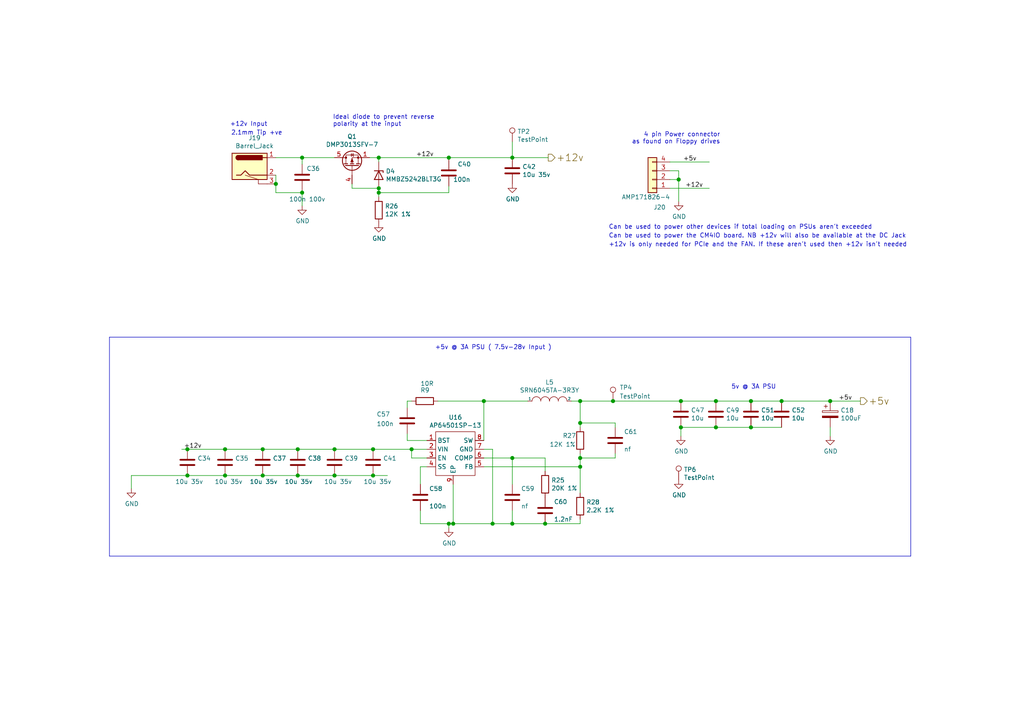
<source format=kicad_sch>
(kicad_sch (version 20201015) (generator eeschema)
  (page 1 7)
  (paper "A4")
  (title_block (title "Compute Module 4 IO Board - PSUs") (company "(c) Raspberry Pi Trading 2020") (comment 1 "www.raspberrypi.org"))
  (lib_symbols
    (symbol "CM4IO:AP64351"
      (property "Reference" "U" (at 0 8.89 0))
      (property "Value" "AP64351" (at 1.27 6.35 0))
      (symbol "AP64351_0_1"
        (rectangle (start -5.08 5.08) (end 6.35 -7.62))
      )
      (symbol "AP64351_1_1"
        (pin passive line (at -7.62 2.54 0) (length 2.54) (name "BST") (number "1"))
        (pin power_in line (at -7.62 0 0) (length 2.54) (name "VIN") (number "2"))
        (pin input line (at -7.62 -2.54 0) (length 2.54) (name "EN") (number "3"))
        (pin input line (at -7.62 -5.08 0) (length 2.54) (name "SS") (number "4"))
        (pin input line (at 8.89 -5.08 180) (length 2.54) (name "FB") (number "5"))
        (pin input line (at 8.89 -2.54 180) (length 2.54) (name "COMP") (number "6"))
        (pin power_in line (at 8.89 0 180) (length 2.54) (name "GND") (number "7"))
        (pin output line (at 8.89 2.54 180) (length 2.54) (name "SW") (number "8"))
        (pin passive line (at 0 -10.16 90) (length 2.54) (name "EP") (number "9"))
      )
    )
    (symbol "CM4IO:Barrel_Jack"
      (property "Reference" "J" (at 0 5.334 0))
      (property "Value" "Barrel_Jack" (at 0 -5.08 0))
      (symbol "Barrel_Jack_0_1"
        (arc (start -3.302 3.175) (end -3.302 1.905) (radius (at -3.302 2.54) (length 0.635) (angles 90.1 -90.1)) (stroke (width 0.254)) (fill (type outline)))
        (arc (start -3.302 3.175) (end -3.302 1.905) (radius (at -3.302 2.54) (length 0.635) (angles 90.1 -90.1)) (stroke (width 0.254)))
        (rectangle (start -5.08 3.81) (end 5.08 -3.81) (stroke (width 0.254)) (fill (type background)))
        (rectangle (start 3.683 3.175) (end -3.302 1.905) (stroke (width 0.254)) (fill (type outline)))
        (polyline (pts (xy 5.08 2.54) (xy 3.81 2.54)) (stroke (width 0.254)))
        (polyline (pts (xy 5.08 -5.08) (xy 2.54 -5.08) (xy 2.54 -3.81) (xy -1.27 -2.54)))
        (polyline (pts (xy -3.81 -2.54) (xy -2.54 -2.54) (xy -1.27 -1.27) (xy 0 -2.54) (xy 2.54 -2.54) (xy 5.08 -2.54)) (stroke (width 0.254)))
      )
      (symbol "Barrel_Jack_1_1"
        (pin passive line (at 7.62 2.54 180) (length 2.54) (name "~") (number "1"))
        (pin passive line (at 7.62 -2.54 180) (length 2.54) (name "~") (number "2"))
        (pin passive line (at 7.62 -5.08 180) (length 2.54) (name "~") (number "3"))
      )
    )
    (symbol "Connector:TestPoint" (pin_numbers hide) (pin_names (offset 0.762) hide)
      (property "Reference" "TP" (at 0 6.858 0))
      (property "Value" "TestPoint" (at 0 5.08 0))
      (symbol "TestPoint_0_1"
        (circle (center 0 3.302) (radius 0.762))
      )
      (symbol "TestPoint_1_1"
        (pin passive line (at 0 0 90) (length 2.54) (name "1") (number "1"))
      )
    )
    (symbol "Connector_Generic:Conn_01x04" (pin_names hide)
      (property "Reference" "J" (at 0 5.08 0))
      (property "Value" "Conn_01x04" (at 0 -7.62 0))
      (symbol "Conn_01x04_1_1"
        (rectangle (start -1.27 -4.953) (end 0 -5.207))
        (rectangle (start -1.27 -2.413) (end 0 -2.667))
        (rectangle (start -1.27 2.667) (end 0 2.413))
        (rectangle (start -1.27 3.81) (end 1.27 -6.35) (stroke (width 0.254)) (fill (type background)))
        (rectangle (start -1.27 0.127) (end 0 -0.127))
        (pin passive line (at -5.08 2.54 0) (length 3.81) (name "Pin_1") (number "1"))
        (pin passive line (at -5.08 0 0) (length 3.81) (name "Pin_2") (number "2"))
        (pin passive line (at -5.08 -2.54 0) (length 3.81) (name "Pin_3") (number "3"))
        (pin passive line (at -5.08 -5.08 0) (length 3.81) (name "Pin_4") (number "4"))
      )
    )
    (symbol "Device:C" (pin_numbers hide) (pin_names (offset 0.254))
      (property "Reference" "C" (at 0.635 2.54 0))
      (property "Value" "C" (at 0.635 -2.54 0))
      (symbol "C_0_1"
        (polyline (pts (xy -2.032 -0.762) (xy 2.032 -0.762)) (stroke (width 0.508)))
        (polyline (pts (xy -2.032 0.762) (xy 2.032 0.762)) (stroke (width 0.508)))
      )
      (symbol "C_1_1"
        (pin passive line (at 0 3.81 270) (length 2.794) (name "~") (number "1"))
        (pin passive line (at 0 -3.81 90) (length 2.794) (name "~") (number "2"))
      )
    )
    (symbol "Device:CP" (pin_numbers hide) (pin_names (offset 0.254))
      (property "Reference" "C" (at 0.635 2.54 0))
      (property "Value" "CP" (at 0.635 -2.54 0))
      (symbol "CP_0_1"
        (rectangle (start -2.286 0.508) (end 2.286 1.016))
        (rectangle (start 2.286 -0.508) (end -2.286 -1.016) (fill (type outline)))
        (polyline (pts (xy -1.778 2.286) (xy -0.762 2.286)))
        (polyline (pts (xy -1.27 2.794) (xy -1.27 1.778)))
      )
      (symbol "CP_1_1"
        (pin passive line (at 0 3.81 270) (length 2.794) (name "~") (number "1"))
        (pin passive line (at 0 -3.81 90) (length 2.794) (name "~") (number "2"))
      )
    )
    (symbol "Device:R" (pin_numbers hide) (pin_names (offset 0))
      (property "Reference" "R" (at 2.032 0 90))
      (property "Value" "R" (at 0 0 90))
      (symbol "R_0_1"
        (rectangle (start -1.016 -2.54) (end 1.016 2.54) (stroke (width 0.254)))
      )
      (symbol "R_1_1"
        (pin passive line (at 0 3.81 270) (length 1.27) (name "~") (number "1"))
        (pin passive line (at 0 -3.81 90) (length 1.27) (name "~") (number "2"))
      )
    )
    (symbol "Diode:BZX84Cxx" (pin_numbers hide) (pin_names hide)
      (property "Reference" "D" (at 0 2.54 0))
      (property "Value" "BZX84Cxx" (at 0 -2.54 0))
      (symbol "BZX84Cxx_0_1"
        (polyline (pts (xy 1.27 0) (xy -1.27 0)))
        (polyline (pts (xy -1.27 -1.27) (xy -1.27 1.27) (xy -0.762 1.27)) (stroke (width 0.254)))
        (polyline (pts (xy 1.27 -1.27) (xy 1.27 1.27) (xy -1.27 0) (xy 1.27 -1.27)) (stroke (width 0.254)))
      )
      (symbol "BZX84Cxx_1_1"
        (pin passive line (at -3.81 0 0) (length 2.54) (name "K") (number "1"))
        (pin passive line (at 3.81 0 180) (length 2.54) (name "A") (number "2"))
      )
    )
    (symbol "Transistor_FET:DMP3013SFV" (pin_names hide)
      (property "Reference" "Q" (at 5.08 1.905 0))
      (property "Value" "DMP3013SFV" (at 5.08 0 0))
      (symbol "DMP3013SFV_0_1"
        (circle (center 1.651 0) (radius 2.794) (stroke (width 0.254)))
        (circle (center 2.54 -1.778) (radius 0.254) (fill (type outline)))
        (circle (center 2.54 1.778) (radius 0.254) (fill (type outline)))
        (polyline (pts (xy 0.254 0) (xy -2.54 0)))
        (polyline (pts (xy 0.254 1.905) (xy 0.254 -1.905)) (stroke (width 0.254)))
        (polyline (pts (xy 0.762 -1.27) (xy 0.762 -2.286)) (stroke (width 0.254)))
        (polyline (pts (xy 0.762 0.508) (xy 0.762 -0.508)) (stroke (width 0.254)))
        (polyline (pts (xy 0.762 2.286) (xy 0.762 1.27)) (stroke (width 0.254)))
        (polyline (pts (xy 2.54 2.54) (xy 2.54 1.778)))
        (polyline (pts (xy 2.54 -2.54) (xy 2.54 0) (xy 0.762 0)))
        (polyline (pts (xy 0.762 1.778) (xy 3.302 1.778) (xy 3.302 -1.778) (xy 0.762 -1.778)))
        (polyline (pts (xy 2.286 0) (xy 1.27 0.381) (xy 1.27 -0.381) (xy 2.286 0)) (fill (type outline)))
        (polyline (pts (xy 2.794 -0.508) (xy 2.921 -0.381) (xy 3.683 -0.381) (xy 3.81 -0.254)))
        (polyline (pts (xy 3.302 -0.381) (xy 2.921 0.254) (xy 3.683 0.254) (xy 3.302 -0.381)))
      )
      (symbol "DMP3013SFV_1_1"
        (pin passive line (at 2.54 -5.08 90) (length 2.54) (name "S") (number "1"))
        (pin passive line (at 2.54 -5.08 90) (length 2.54) hide (name "S") (number "2"))
        (pin passive line (at 2.54 -5.08 90) (length 2.54) hide (name "S") (number "3"))
        (pin passive line (at -5.08 0 0) (length 2.54) (name "G") (number "4"))
        (pin passive line (at 2.54 5.08 270) (length 2.54) (name "D") (number "5"))
      )
    )
    (symbol "power:GND" (power) (pin_names (offset 0))
      (property "Value" "GND" (at 0 -3.81 0))
      (symbol "GND_0_1"
        (polyline (pts (xy 0 0) (xy 0 -1.27) (xy 1.27 -1.27) (xy 0 -2.54) (xy -1.27 -1.27) (xy 0 -1.27)))
      )
      (symbol "GND_1_1"
        (pin power_in line (at 0 0 270) (length 0) hide (name "GND") (number "1"))
      )
    )
    (symbol "pspice:INDUCTOR" (pin_numbers hide) (pin_names (offset 0))
      (property "Reference" "L" (at 0 2.54 0))
      (property "Value" "INDUCTOR" (at 0 -1.27 0))
      (symbol "INDUCTOR_0_1"
        (arc (start -2.54 0) (end -5.08 0) (radius (at -3.81 0) (length 1.27) (angles 0.1 179.9)))
        (arc (start 0 0) (end -2.54 0) (radius (at -1.27 0) (length 1.27) (angles 0.1 179.9)))
        (arc (start 2.54 0) (end 0 0) (radius (at 1.27 0) (length 1.27) (angles 0.1 179.9)))
        (arc (start 5.08 0) (end 2.54 0) (radius (at 3.81 0) (length 1.27) (angles 0.1 179.9)))
      )
      (symbol "INDUCTOR_1_1"
        (pin input line (at -6.35 0 0) (length 1.27) (name "1") (number "1"))
        (pin input line (at 6.35 0 180) (length 1.27) (name "2") (number "2"))
      )
    )
  )
  (junction (at 54.356 130.302) (diameter 1.016))
  (junction (at 54.356 137.922) (diameter 1.016))
  (junction (at 65.278 130.302) (diameter 1.016))
  (junction (at 65.278 137.922) (diameter 1.016))
  (junction (at 76.2 130.302) (diameter 1.016))
  (junction (at 76.2 137.922) (diameter 1.016))
  (junction (at 80.01 53.34) (diameter 1.016))
  (junction (at 86.36 130.302) (diameter 1.016))
  (junction (at 86.36 137.922) (diameter 1.016))
  (junction (at 87.63 45.72) (diameter 1.016))
  (junction (at 87.63 55.88) (diameter 1.016))
  (junction (at 97.028 130.302) (diameter 1.016))
  (junction (at 97.028 137.922) (diameter 1.016))
  (junction (at 108.204 130.302) (diameter 1.016))
  (junction (at 108.204 137.922) (diameter 1.016))
  (junction (at 109.855 45.72) (diameter 1.016))
  (junction (at 109.855 54.61) (diameter 1.016))
  (junction (at 109.855 55.88) (diameter 1.016))
  (junction (at 119.38 130.302) (diameter 1.016))
  (junction (at 130.175 45.72) (diameter 1.016))
  (junction (at 130.175 151.892) (diameter 1.016))
  (junction (at 131.445 151.892) (diameter 1.016))
  (junction (at 140.335 116.332) (diameter 1.016))
  (junction (at 142.875 151.892) (diameter 1.016))
  (junction (at 148.59 45.72) (diameter 1.016))
  (junction (at 148.59 132.842) (diameter 1.016))
  (junction (at 148.59 151.892) (diameter 1.016))
  (junction (at 158.115 151.892) (diameter 1.016))
  (junction (at 168.275 116.332) (diameter 1.016))
  (junction (at 168.275 122.682) (diameter 1.016))
  (junction (at 168.275 132.842) (diameter 1.016))
  (junction (at 168.275 135.382) (diameter 1.016))
  (junction (at 177.8 116.332) (diameter 1.016))
  (junction (at 196.85 52.07) (diameter 1.016))
  (junction (at 197.485 116.332) (diameter 1.016))
  (junction (at 197.485 123.952) (diameter 1.016))
  (junction (at 207.645 116.332) (diameter 1.016))
  (junction (at 207.645 123.952) (diameter 1.016))
  (junction (at 217.805 116.332) (diameter 1.016))
  (junction (at 217.805 123.952) (diameter 1.016))
  (junction (at 226.695 116.332) (diameter 1.016))
  (junction (at 240.792 116.332) (diameter 1.016))
  (wire (pts (xy 38.1 137.922) (xy 38.1 141.732)))
  (wire (pts (xy 38.1 137.922) (xy 54.356 137.922)))
  (wire (pts (xy 52.705 130.302) (xy 54.356 130.302)))
  (wire (pts (xy 54.356 130.302) (xy 65.278 130.302)))
  (wire (pts (xy 54.356 137.922) (xy 65.278 137.922)))
  (wire (pts (xy 65.278 130.302) (xy 76.2 130.302)))
  (wire (pts (xy 65.278 137.922) (xy 76.2 137.922)))
  (wire (pts (xy 76.2 130.302) (xy 86.36 130.302)))
  (wire (pts (xy 76.2 137.922) (xy 86.36 137.922)))
  (wire (pts (xy 80.01 45.72) (xy 87.63 45.72)))
  (wire (pts (xy 80.01 53.34) (xy 80.01 50.8)))
  (wire (pts (xy 80.01 55.88) (xy 80.01 53.34)))
  (wire (pts (xy 80.01 55.88) (xy 87.63 55.88)))
  (wire (pts (xy 86.36 130.302) (xy 97.028 130.302)))
  (wire (pts (xy 86.36 137.922) (xy 97.028 137.922)))
  (wire (pts (xy 87.63 45.72) (xy 87.63 47.625)))
  (wire (pts (xy 87.63 45.72) (xy 97.028 45.72)))
  (wire (pts (xy 87.63 55.245) (xy 87.63 55.88)))
  (wire (pts (xy 87.63 55.88) (xy 87.63 59.69)))
  (wire (pts (xy 97.028 130.302) (xy 108.204 130.302)))
  (wire (pts (xy 97.028 137.922) (xy 108.204 137.922)))
  (wire (pts (xy 102.108 53.34) (xy 102.108 54.61)))
  (wire (pts (xy 102.108 54.61) (xy 109.855 54.61)))
  (wire (pts (xy 107.188 45.72) (xy 109.855 45.72)))
  (wire (pts (xy 108.204 130.302) (xy 119.38 130.302)))
  (wire (pts (xy 108.204 137.922) (xy 112.395 137.922)))
  (wire (pts (xy 109.855 45.72) (xy 109.855 46.99)))
  (wire (pts (xy 109.855 45.72) (xy 130.175 45.72)))
  (wire (pts (xy 109.855 54.61) (xy 109.855 55.88)))
  (wire (pts (xy 109.855 55.88) (xy 109.855 57.15)))
  (wire (pts (xy 109.855 55.88) (xy 130.175 55.88)))
  (wire (pts (xy 118.11 116.332) (xy 119.38 116.332)))
  (wire (pts (xy 118.11 118.237) (xy 118.11 116.332)))
  (wire (pts (xy 118.11 125.857) (xy 118.11 127.762)))
  (wire (pts (xy 118.11 127.762) (xy 123.825 127.762)))
  (wire (pts (xy 119.38 130.302) (xy 119.38 132.842)))
  (wire (pts (xy 119.38 130.302) (xy 123.825 130.302)))
  (wire (pts (xy 119.38 132.842) (xy 123.825 132.842)))
  (wire (pts (xy 121.92 135.382) (xy 121.92 140.462)))
  (wire (pts (xy 121.92 148.082) (xy 121.92 151.892)))
  (wire (pts (xy 121.92 151.892) (xy 130.175 151.892)))
  (wire (pts (xy 123.825 135.382) (xy 121.92 135.382)))
  (wire (pts (xy 127 116.332) (xy 140.335 116.332)))
  (wire (pts (xy 130.175 45.72) (xy 130.175 46.355)))
  (wire (pts (xy 130.175 45.72) (xy 148.59 45.72)))
  (wire (pts (xy 130.175 55.88) (xy 130.175 53.975)))
  (wire (pts (xy 130.175 151.892) (xy 131.445 151.892)))
  (wire (pts (xy 130.175 153.162) (xy 130.175 151.892)))
  (wire (pts (xy 131.445 140.462) (xy 131.445 151.892)))
  (wire (pts (xy 131.445 151.892) (xy 142.875 151.892)))
  (wire (pts (xy 140.335 116.332) (xy 140.335 127.762)))
  (wire (pts (xy 140.335 116.332) (xy 153.035 116.332)))
  (wire (pts (xy 140.335 130.302) (xy 142.875 130.302)))
  (wire (pts (xy 140.335 132.842) (xy 148.59 132.842)))
  (wire (pts (xy 140.335 135.382) (xy 168.275 135.382)))
  (wire (pts (xy 142.875 130.302) (xy 142.875 151.892)))
  (wire (pts (xy 142.875 151.892) (xy 148.59 151.892)))
  (wire (pts (xy 148.59 41.148) (xy 148.59 45.72)))
  (wire (pts (xy 148.59 45.72) (xy 159.004 45.72)))
  (wire (pts (xy 148.59 132.842) (xy 148.59 140.462)))
  (wire (pts (xy 148.59 132.842) (xy 158.115 132.842)))
  (wire (pts (xy 148.59 148.082) (xy 148.59 151.892)))
  (wire (pts (xy 148.59 151.892) (xy 158.115 151.892)))
  (wire (pts (xy 158.115 136.652) (xy 158.115 132.842)))
  (wire (pts (xy 158.115 151.892) (xy 168.275 151.892)))
  (wire (pts (xy 165.735 116.332) (xy 168.275 116.332)))
  (wire (pts (xy 168.275 116.332) (xy 168.275 122.682)))
  (wire (pts (xy 168.275 116.332) (xy 177.8 116.332)))
  (wire (pts (xy 168.275 122.682) (xy 168.275 123.952)))
  (wire (pts (xy 168.275 122.682) (xy 178.435 122.682)))
  (wire (pts (xy 168.275 131.572) (xy 168.275 132.842)))
  (wire (pts (xy 168.275 132.842) (xy 168.275 135.382)))
  (wire (pts (xy 168.275 132.842) (xy 178.435 132.842)))
  (wire (pts (xy 168.275 135.382) (xy 168.275 143.002)))
  (wire (pts (xy 168.275 151.892) (xy 168.275 150.622)))
  (wire (pts (xy 177.8 116.332) (xy 197.485 116.332)))
  (wire (pts (xy 178.435 122.682) (xy 178.435 123.952)))
  (wire (pts (xy 178.435 132.842) (xy 178.435 131.572)))
  (wire (pts (xy 194.31 46.99) (xy 205.74 46.99)))
  (wire (pts (xy 194.31 49.53) (xy 196.85 49.53)))
  (wire (pts (xy 194.31 52.07) (xy 196.85 52.07)))
  (wire (pts (xy 194.31 54.61) (xy 205.74 54.61)))
  (wire (pts (xy 196.85 49.53) (xy 196.85 52.07)))
  (wire (pts (xy 196.85 52.07) (xy 196.85 58.42)))
  (wire (pts (xy 197.485 116.332) (xy 207.645 116.332)))
  (wire (pts (xy 197.485 123.952) (xy 197.485 126.492)))
  (wire (pts (xy 207.645 116.332) (xy 217.805 116.332)))
  (wire (pts (xy 207.645 123.952) (xy 197.485 123.952)))
  (wire (pts (xy 217.805 116.332) (xy 226.695 116.332)))
  (wire (pts (xy 217.805 123.952) (xy 207.645 123.952)))
  (wire (pts (xy 226.695 116.332) (xy 240.792 116.332)))
  (wire (pts (xy 226.695 123.952) (xy 217.805 123.952)))
  (wire (pts (xy 240.792 116.332) (xy 249.555 116.332)))
  (wire (pts (xy 240.792 123.952) (xy 240.792 126.492)))
  (polyline (pts (xy 31.75 97.79) (xy 31.75 161.29)) (stroke (width 0) (type solid)))
  (polyline (pts (xy 31.75 97.79) (xy 264.16 97.79)) (stroke (width 0) (type solid)))
  (polyline (pts (xy 264.16 97.79) (xy 264.16 161.29)) (stroke (width 0) (type solid)))
  (polyline (pts (xy 264.16 161.29) (xy 31.75 161.29)) (stroke (width 0) (type solid)))
  (text "+12v Input" (at 66.675 36.83 0) (effects (font (size 1.27 1.27)) (justify left bottom)))
  (text "2.1mm Tip +ve" (at 81.915 39.37 180) (effects (font (size 1.27 1.27)) (justify right bottom)))
  (text "Ideal diode to prevent reverse\npolarity at the input" (at 96.52 36.83 0) (effects (font (size 1.27 1.27)) (justify left bottom)))
  (text "+5v @ 3A PSU ( 7.5v-28v Input )" (at 160.02 101.6 180) (effects (font (size 1.27 1.27)) (justify right bottom)))
  (text "Can be used to power other devices if total loading on PSUs aren't exceeded" (at 176.53 66.675 0) (effects (font (size 1.27 1.27)) (justify left bottom)))
  (text "Can be used to power the CM4IO board. NB +12v will also be available at the DC Jack" (at 176.53 69.215 0) (effects (font (size 1.27 1.27)) (justify left bottom)))
  (text "+12v is only needed for PCIe and the FAN. If these aren't used then +12v isn't needed" (at 176.53 71.755 0) (effects (font (size 1.27 1.27)) (justify left bottom)))
  (text "4 pin Power connector\nas found on Floppy drives" (at 208.915 41.91 180) (effects (font (size 1.27 1.27)) (justify right bottom)))
  (text "5v @ 3A PSU\n" (at 212.09 113.03 0) (effects (font (size 1.27 1.27)) (justify left bottom)))
  (label "+12v" (at 53.34 130.302 0))
  (label "+12v" (at 120.65 45.72 0))
  (label "+5v" (at 198.12 46.99 0))
  (label "+12v" (at 198.755 54.61 0))
  (label "+5v" (at 243.205 116.332 0))
  (hierarchical_label "+12v" (shape output) (at 159.004 45.72 0) (effects (font (size 2.0066 2.0066))))
  (hierarchical_label "+5v" (shape output) (at 249.555 116.332 0) (effects (font (size 2.0066 2.0066))))
  (symbol (lib_id "Connector:TestPoint") (at 148.59 41.148 0) (unit 1)
    (property "Reference" "TP2" (at 150.0632 38.1508 0) (effects (justify left)))
    (property "Value" "TestPoint" (at 150.0632 40.4622 0) (effects (justify left)))
    (property "Footprint" "TestPoint:TestPoint_Pad_2.0x2.0mm" (effects hide))
    (property "Field4" "nf" (effects hide))
    (property "Field5" "nf" (effects hide))
    (property "Field6" "nf" (effects hide))
    (property "Field7" "nf" (effects hide))
  )
  (symbol (lib_id "Connector:TestPoint") (at 177.8 116.332 0) (unit 1)
    (property "Reference" "TP4" (at 179.705 112.395 0) (effects (justify left)))
    (property "Value" "TestPoint" (at 179.705 114.935 0) (effects (justify left)))
    (property "Footprint" "TestPoint:TestPoint_Pad_2.0x2.0mm" (effects hide))
    (property "Field4" "nf" (effects hide))
    (property "Field5" "nf" (effects hide))
    (property "Field6" "nf" (effects hide))
    (property "Field7" "nf" (effects hide))
  )
  (symbol (lib_id "Connector:TestPoint") (at 196.85 139.192 0) (unit 1)
    (property "Reference" "TP6" (at 198.3232 136.1948 0) (effects (justify left)))
    (property "Value" "TestPoint" (at 198.3232 138.5062 0) (effects (justify left)))
    (property "Footprint" "TestPoint:TestPoint_Pad_2.0x2.0mm" (effects hide))
    (property "Field4" "nf" (effects hide))
    (property "Field5" "nf" (effects hide))
    (property "Field6" "nf" (effects hide))
    (property "Field7" "nf" (effects hide))
  )
  (symbol (lib_id "power:GND") (at 38.1 141.732 0) (unit 1)
    (property "Reference" "#PWR0120" (effects hide))
    (property "Value" "GND" (at 38.227 146.1262 0))
  )
  (symbol (lib_id "power:GND") (at 87.63 59.69 0) (unit 1)
    (property "Reference" "#PWR041" (effects hide))
    (property "Value" "GND" (at 87.757 64.0842 0))
  )
  (symbol (lib_id "power:GND") (at 109.855 64.77 0) (unit 1)
    (property "Reference" "#PWR042" (effects hide))
    (property "Value" "GND" (at 109.982 69.1642 0))
  )
  (symbol (lib_id "power:GND") (at 130.175 153.162 0) (unit 1)
    (property "Reference" "#PWR0119" (effects hide))
    (property "Value" "GND" (at 130.302 157.5562 0))
  )
  (symbol (lib_id "power:GND") (at 148.59 53.34 0) (unit 1)
    (property "Reference" "#PWR043" (effects hide))
    (property "Value" "GND" (at 148.717 57.7342 0))
  )
  (symbol (lib_id "power:GND") (at 196.85 58.42 0) (unit 1)
    (property "Reference" "#PWR045" (effects hide))
    (property "Value" "GND" (at 196.977 62.8142 0))
  )
  (symbol (lib_id "power:GND") (at 196.85 139.192 0) (unit 1)
    (property "Reference" "#PWR0122" (effects hide))
    (property "Value" "GND" (at 196.977 143.5862 0))
  )
  (symbol (lib_id "power:GND") (at 197.485 126.492 0) (unit 1)
    (property "Reference" "#PWR0118" (effects hide))
    (property "Value" "GND" (at 197.612 130.8862 0))
  )
  (symbol (lib_id "power:GND") (at 240.792 126.492 0) (unit 1)
    (property "Reference" "#PWR02" (effects hide))
    (property "Value" "GND" (at 240.919 130.8862 0))
  )
  (symbol (lib_id "Device:R") (at 109.855 60.96 0) (unit 1)
    (property "Reference" "R26" (at 111.633 59.7916 0) (effects (justify left)))
    (property "Value" "12K 1%" (at 111.633 62.103 0) (effects (justify left)))
    (property "Footprint" "Resistor_SMD:R_0402_1005Metric" (effects hide))
    (property "Datasheet" "https://fscdn.rohm.com/en/products/databook/datasheet/passive/resistor/chip_resistor/mcr-e.pdf" (effects hide))
    (property "Field4" "Farnell" (effects hide))
    (property "Field5" "9239367" (effects hide))
    (property "Field7" "Rohm" (effects hide))
    (property "Field6" "MCR01MZPF1202" (effects hide))
    (property "Part Description" "Resistor 12K M1005 1% 63mW" (effects hide))
  )
  (symbol (lib_id "Device:R") (at 123.19 116.332 270) (unit 1)
    (property "Reference" "R9" (at 121.92 113.157 90) (effects (justify left)))
    (property "Value" "10R" (at 121.92 111.252 90) (effects (justify left)))
    (property "Footprint" "Resistor_SMD:R_0402_1005Metric" (effects hide))
    (property "Datasheet" "https://fscdn.rohm.com/en/products/databook/datasheet/passive/resistor/chip_resistor/mcr-e.pdf" (effects hide))
    (property "Field4" "Farnell" (effects hide))
    (property "Field5" "9238999" (effects hide))
    (property "Field7" "Yageo" (effects hide))
    (property "Field6" "RC0402FR-0710RL" (effects hide))
    (property "Field8" "URES00256" (effects hide))
    (property "Part Description" "Resistor 10R M1005 1% 63mW" (effects hide))
  )
  (symbol (lib_id "Device:R") (at 158.115 140.462 0) (unit 1)
    (property "Reference" "R25" (at 159.893 139.2936 0) (effects (justify left)))
    (property "Value" "20K 1%" (at 159.893 141.605 0) (effects (justify left)))
    (property "Footprint" "Resistor_SMD:R_0402_1005Metric" (effects hide))
    (property "Datasheet" "https://fscdn.rohm.com/en/products/databook/datasheet/passive/resistor/chip_resistor/mcr-e.pdf" (effects hide))
    (property "Field4" "Farnell" (effects hide))
    (property "Field5" "2331485" (effects hide))
    (property "Field7" "KOA EUROPE GMBH" (effects hide))
    (property "Field6" "RK73H1ETTP2002F" (effects hide))
    (property "Part Description" "Resistor 20K M1005 1% 63mW" (effects hide))
  )
  (symbol (lib_id "Device:R") (at 168.275 127.762 0) (unit 1)
    (property "Reference" "R27" (at 163.195 126.365 0) (effects (justify left)))
    (property "Value" "12K 1%" (at 159.385 128.905 0) (effects (justify left)))
    (property "Footprint" "Resistor_SMD:R_0402_1005Metric" (effects hide))
    (property "Datasheet" "https://fscdn.rohm.com/en/products/databook/datasheet/passive/resistor/chip_resistor/mcr-e.pdf" (effects hide))
    (property "Field4" "Farnell" (effects hide))
    (property "Field5" "9239367" (effects hide))
    (property "Field7" "Rohm" (effects hide))
    (property "Field6" "MCR01MZPF1202" (effects hide))
    (property "Part Description" "Resistor 12K M1005 1% 63mW" (effects hide))
  )
  (symbol (lib_id "Device:R") (at 168.275 146.812 0) (unit 1)
    (property "Reference" "R28" (at 170.053 145.6436 0) (effects (justify left)))
    (property "Value" "2.2K 1%" (at 170.053 147.955 0) (effects (justify left)))
    (property "Footprint" "Resistor_SMD:R_0402_1005Metric" (effects hide))
    (property "Datasheet" "https://fscdn.rohm.com/en/products/databook/datasheet/passive/resistor/chip_resistor/mcr-e.pdf" (effects hide))
    (property "Field4" "Farnell" (effects hide))
    (property "Field5" "9239278" (effects hide))
    (property "Field6" "RK73G1ETQTP2201D         " (effects hide))
    (property "Field7" "KOA EUROPE GMBH" (effects hide))
    (property "Part Description" "Resistor 2.2K M1005 1% 63mW" (effects hide))
    (property "Field8" "120889581" (effects hide))
  )
  (symbol (lib_id "pspice:INDUCTOR") (at 159.385 116.332 0) (unit 1)
    (property "Reference" "L5" (at 159.385 110.871 0))
    (property "Value" "SRN6045TA-3R3Y" (at 159.385 113.1824 0))
    (property "Footprint" "Inductor_SMD:L_Bourns_SRN6045TA" (effects hide))
    (property "Datasheet" "https://www.bourns.com/docs/Product-Datasheets/SRN6045TA.pdf" (effects hide))
    (property "Field4" "Farnell" (effects hide))
    (property "Field5" "2616889" (effects hide))
    (property "Field6" "SRN6045TA-3R3Y" (effects hide))
    (property "Field7" "Bourns" (effects hide))
    (property "Part Description" "3.3µH Semi-Shielded Wirewound Inductor 7.8A 21mOhm Nonstandard" (effects hide))
  )
  (symbol (lib_id "Diode:BZX84Cxx") (at 109.855 50.8 270) (unit 1)
    (property "Reference" "D4" (at 111.887 49.657 90) (effects (justify left)))
    (property "Value" "MMBZ5242BLT3G" (at 111.887 51.943 90) (effects (justify left)))
    (property "Footprint" "Diode_SMD:D_SOT-23_ANK" (effects hide))
    (property "Datasheet" "https://diotec.com/tl_files/diotec/files/pdf/datasheets/bzx84c2v4.pdf" (effects hide))
    (property "Field4" "Digikey" (effects hide))
    (property "Field5" "	MMBZ5242BLT3GOSCT-ND" (effects hide))
    (property "Field6" "MMBZ5242BLT3G" (effects hide))
    (property "Field7" "Onsemi" (effects hide))
    (property "Part Description" "	Zener Diode 12V 225mW 5% Surface Mount SOT-23-3 (TO-236)" (effects hide))
  )
  (symbol (lib_id "Device:C") (at 54.356 134.112 0) (unit 1)
    (property "Reference" "C34" (at 57.277 132.9436 0) (effects (justify left)))
    (property "Value" "10u 35v" (at 50.8 139.7 0) (effects (justify left)))
    (property "Footprint" "Capacitor_SMD:C_0805_2012Metric" (effects hide))
    (property "Datasheet" "https://www.murata.com/en-global/products/productdetail.aspx?partno=GRM21BC8YA106ME11%23" (effects hide))
    (property "Field5" "490-10505-1-ND" (effects hide))
    (property "Field4" "Digikey" (effects hide))
    (property "Field6" "GRM21BC8YA106KE11L " (effects hide))
    (property "Field7" "Murata" (effects hide))
    (property "Part Description" "	10uF 10% or 20% 35V Ceramic Capacitor X6S 0805 (2012 Metric)" (effects hide))
  )
  (symbol (lib_id "Device:C") (at 65.278 134.112 0) (unit 1)
    (property "Reference" "C35" (at 68.199 132.9436 0) (effects (justify left)))
    (property "Value" "10u 35v" (at 62.23 139.7 0) (effects (justify left)))
    (property "Footprint" "Capacitor_SMD:C_0805_2012Metric" (effects hide))
    (property "Datasheet" "https://www.murata.com/en-global/products/productdetail.aspx?partno=GRM21BC8YA106ME11%23" (effects hide))
    (property "Field5" "490-10505-1-ND" (effects hide))
    (property "Field4" "Digikey" (effects hide))
    (property "Field6" "GRM21BC8YA106KE11L " (effects hide))
    (property "Field7" "Murata" (effects hide))
    (property "Part Description" "	10uF 10% or 20% 35V Ceramic Capacitor X6S 0805 (2012 Metric)" (effects hide))
  )
  (symbol (lib_id "Device:C") (at 76.2 134.112 0) (unit 1)
    (property "Reference" "C37" (at 79.121 132.9436 0) (effects (justify left)))
    (property "Value" "10u 35v" (at 72.39 139.7 0) (effects (justify left)))
    (property "Footprint" "Capacitor_SMD:C_0805_2012Metric" (effects hide))
    (property "Datasheet" "https://www.murata.com/en-global/products/productdetail.aspx?partno=GRM21BC8YA106ME11%23" (effects hide))
    (property "Field5" "490-10505-1-ND" (effects hide))
    (property "Field4" "Digikey" (effects hide))
    (property "Field6" "GRM21BC8YA106KE11L " (effects hide))
    (property "Field7" "Murata" (effects hide))
    (property "Part Description" "	10uF 10% or 20% 35V Ceramic Capacitor X6S 0805 (2012 Metric)" (effects hide))
  )
  (symbol (lib_id "Device:C") (at 86.36 134.112 0) (unit 1)
    (property "Reference" "C38" (at 89.281 132.9436 0) (effects (justify left)))
    (property "Value" "10u 35v" (at 82.55 139.7 0) (effects (justify left)))
    (property "Footprint" "Capacitor_SMD:C_0805_2012Metric" (effects hide))
    (property "Datasheet" "https://www.murata.com/en-global/products/productdetail.aspx?partno=GRM21BC8YA106ME11%23" (effects hide))
    (property "Field5" "490-10505-1-ND" (effects hide))
    (property "Field4" "Digikey" (effects hide))
    (property "Field6" "GRM21BC8YA106KE11L " (effects hide))
    (property "Field7" "Murata" (effects hide))
    (property "Part Description" "	10uF 10% or 20% 35V Ceramic Capacitor X6S 0805 (2012 Metric)" (effects hide))
  )
  (symbol (lib_id "Device:C") (at 87.63 51.435 0) (unit 1)
    (property "Reference" "C36" (at 88.9 48.895 0) (effects (justify left)))
    (property "Value" "100n 100v" (at 83.82 57.785 0) (effects (justify left)))
    (property "Footprint" "Capacitor_SMD:C_0402_1005Metric" (effects hide))
    (property "Datasheet" "https://psearch.en.murata.com/capacitor/product/GRM155R62A104KE14%23.pdf" (effects hide))
    (property "Field4" "Farnell" (effects hide))
    (property "Field5" "2611907" (effects hide))
    (property "Field6" "GRM155R62A104KE14D" (effects hide))
    (property "Field7" "Murata" (effects hide))
    (property "Part Description" "	0.1uF 10% 100V Ceramic Capacitor X5R 0402 (1005 Metric)" (effects hide))
  )
  (symbol (lib_id "Device:C") (at 97.028 134.112 0) (unit 1)
    (property "Reference" "C39" (at 99.949 132.9436 0) (effects (justify left)))
    (property "Value" "10u 35v" (at 93.98 139.7 0) (effects (justify left)))
    (property "Footprint" "Capacitor_SMD:C_0805_2012Metric" (effects hide))
    (property "Datasheet" "https://www.murata.com/en-global/products/productdetail.aspx?partno=GRM21BC8YA106ME11%23" (effects hide))
    (property "Field5" "490-10505-1-ND" (effects hide))
    (property "Field4" "Digikey" (effects hide))
    (property "Field6" "GRM21BC8YA106KE11L " (effects hide))
    (property "Field7" "Murata" (effects hide))
    (property "Part Description" "	10uF 10% or 20% 35V Ceramic Capacitor X6S 0805 (2012 Metric)" (effects hide))
  )
  (symbol (lib_id "Device:C") (at 108.204 134.112 0) (unit 1)
    (property "Reference" "C41" (at 111.125 132.9436 0) (effects (justify left)))
    (property "Value" "10u 35v" (at 105.41 139.7 0) (effects (justify left)))
    (property "Footprint" "Capacitor_SMD:C_0805_2012Metric" (effects hide))
    (property "Datasheet" "https://www.murata.com/en-global/products/productdetail.aspx?partno=GRM21BC8YA106ME11%23" (effects hide))
    (property "Field5" "490-10505-1-ND" (effects hide))
    (property "Field4" "Digikey" (effects hide))
    (property "Field6" "GRM21BC8YA106KE11L " (effects hide))
    (property "Field7" "Murata" (effects hide))
    (property "Part Description" "	10uF 10% or 20% 35V Ceramic Capacitor X6S 0805 (2012 Metric)" (effects hide))
  )
  (symbol (lib_id "Device:C") (at 118.11 122.047 0) (unit 1)
    (property "Reference" "C57" (at 109.22 120.142 0) (effects (justify left)))
    (property "Value" "100n" (at 109.22 122.936 0) (effects (justify left)))
    (property "Footprint" "Capacitor_SMD:C_0402_1005Metric" (effects hide))
    (property "Datasheet" "https://search.murata.co.jp/Ceramy/image/img/A01X/G101/ENG/GRM155R71C104KA88-01.pdf" (effects hide))
    (property "Field4" "Farnell" (effects hide))
    (property "Field5" "2611911" (effects hide))
    (property "Field6" "RM EMK105 B7104KV-F" (effects hide))
    (property "Field7" "TAIYO YUDEN EUROPE GMBH" (effects hide))
    (property "Part Description" "	0.1uF 10% 16V Ceramic Capacitor X7R 0402 (1005 Metric)" (effects hide))
    (property "Field8" "110091611" (effects hide))
  )
  (symbol (lib_id "Device:C") (at 121.92 144.272 0) (unit 1)
    (property "Reference" "C58" (at 124.46 141.732 0) (effects (justify left)))
    (property "Value" "100n" (at 124.46 146.812 0) (effects (justify left)))
    (property "Footprint" "Capacitor_SMD:C_0402_1005Metric" (effects hide))
    (property "Datasheet" "https://search.murata.co.jp/Ceramy/image/img/A01X/G101/ENG/GRM155R71C104KA88-01.pdf" (effects hide))
    (property "Field4" "Farnell" (effects hide))
    (property "Field5" "2611911" (effects hide))
    (property "Field6" "RM EMK105 B7104KV-F" (effects hide))
    (property "Field7" "TAIYO YUDEN EUROPE GMBH" (effects hide))
    (property "Part Description" "	0.1uF 10% 16V Ceramic Capacitor X7R 0402 (1005 Metric)" (effects hide))
    (property "Field8" "110091611" (effects hide))
  )
  (symbol (lib_id "Device:C") (at 130.175 50.165 0) (unit 1)
    (property "Reference" "C40" (at 132.715 47.625 0) (effects (justify left)))
    (property "Value" "100n" (at 131.445 52.07 0) (effects (justify left)))
    (property "Footprint" "Capacitor_SMD:C_0402_1005Metric" (effects hide))
    (property "Datasheet" "https://search.murata.co.jp/Ceramy/image/img/A01X/G101/ENG/GRM155R71C104KA88-01.pdf" (effects hide))
    (property "Field4" "Farnell" (effects hide))
    (property "Field5" "2611911" (effects hide))
    (property "Field6" "RM EMK105 B7104KV-F" (effects hide))
    (property "Field7" "TAIYO YUDEN EUROPE GMBH" (effects hide))
    (property "Part Description" "	0.1uF 10% 16V Ceramic Capacitor X7R 0402 (1005 Metric)" (effects hide))
    (property "Field8" "110091611" (effects hide))
  )
  (symbol (lib_id "Device:C") (at 148.59 49.53 0) (unit 1)
    (property "Reference" "C42" (at 151.511 48.3616 0) (effects (justify left)))
    (property "Value" "10u 35v" (at 151.511 50.673 0) (effects (justify left)))
    (property "Footprint" "Capacitor_SMD:C_0805_2012Metric" (effects hide))
    (property "Datasheet" "https://www.murata.com/en-global/products/productdetail.aspx?partno=GRM21BC8YA106ME11%23" (effects hide))
    (property "Field5" "490-10505-1-ND" (effects hide))
    (property "Field4" "Digikey" (effects hide))
    (property "Field6" "GRM21BC8YA106KE11L " (effects hide))
    (property "Field7" "Murata" (effects hide))
    (property "Part Description" "	10uF 10% or 20% 35V Ceramic Capacitor X6S 0805 (2012 Metric)" (effects hide))
  )
  (symbol (lib_id "Device:C") (at 148.59 144.272 0) (unit 1)
    (property "Reference" "C59" (at 151.13 141.732 0) (effects (justify left)))
    (property "Value" "nf" (at 151.13 146.812 0) (effects (justify left)))
    (property "Footprint" "Capacitor_SMD:C_0402_1005Metric" (effects hide))
  )
  (symbol (lib_id "Device:C") (at 158.115 148.082 0) (unit 1)
    (property "Reference" "C60" (at 160.655 145.542 0) (effects (justify left)))
    (property "Value" "1.2nF" (at 160.655 150.622 0) (effects (justify left)))
    (property "Footprint" "Capacitor_SMD:C_0402_1005Metric" (effects hide))
    (property "Datasheet" "http://www.farnell.com/datasheets/2734135.pdf?_ga=2.259347658.1738794919.1588350964-1787849031.1568210898&_gac=1.15394434.1588350964.EAIaIQobChMIgrHHs4yT6QIVxevtCh39TA_nEAAYASAAEgK8PfD_BwE" (effects hide))
    (property "Field4" "Digikey" (effects hide))
    (property "Field5" "490-16429-1-ND" (effects hide))
    (property "Field6" "GCM155R71H122KA37D" (effects hide))
    (property "Field7" "Murata" (effects hide))
    (property "Part Description" "1200pF 10% 10V Ceramic Capacitor X5R 0402 (1005 Metric)" (effects hide))
  )
  (symbol (lib_id "Device:C") (at 178.435 127.762 0) (unit 1)
    (property "Reference" "C61" (at 180.975 125.222 0) (effects (justify left)))
    (property "Value" "nf" (at 180.975 130.302 0) (effects (justify left)))
    (property "Footprint" "Capacitor_SMD:C_0402_1005Metric" (effects hide))
    (property "Datasheet" "http://www.farnell.com/datasheets/2048267.pdf?_ga=2.222777691.1738794919.1588350964-1787849031.1568210898&_gac=1.250356018.1588350964.EAIaIQobChMIgrHHs4yT6QIVxevtCh39TA_nEAAYASAAEgK8PfD_BwE" (effects hide))
    (property "Field4" "Farnell" (effects hide))
    (property "Field5" "2666374" (effects hide))
    (property "Field6" "GRM1555C1H221JA01D" (effects hide))
    (property "Field7" "Murata" (effects hide))
    (property "Part Description" "220 pF, 50 V, 0402 [1005 Metric], ± 5%, C0G / NP0/CH, GCM Series" (effects hide))
  )
  (symbol (lib_id "Device:C") (at 197.485 120.142 0) (unit 1)
    (property "Reference" "C47" (at 200.406 118.9736 0) (effects (justify left)))
    (property "Value" "10u" (at 200.406 121.285 0) (effects (justify left)))
    (property "Footprint" "Capacitor_SMD:C_0805_2012Metric" (effects hide))
    (property "Datasheet" "https://search.murata.co.jp/Ceramy/image/img/A01X/G101/ENG/GRM21BR71A106KA73-01.pdf" (effects hide))
    (property "Field5" "490-14381-1-ND" (effects hide))
    (property "Field4" "Digikey" (effects hide))
    (property "Field6" "GRM21BR71A106KA73L" (effects hide))
    (property "Field7" "Murata" (effects hide))
    (property "Part Description" "	10uF 10% 10V Ceramic Capacitor X7R 0805 (2012 Metric)" (effects hide))
    (property "Field8" "111893011" (effects hide))
  )
  (symbol (lib_id "Device:C") (at 207.645 120.142 0) (unit 1)
    (property "Reference" "C49" (at 210.566 118.9736 0) (effects (justify left)))
    (property "Value" "10u" (at 210.566 121.285 0) (effects (justify left)))
    (property "Footprint" "Capacitor_SMD:C_0805_2012Metric" (effects hide))
    (property "Datasheet" "https://search.murata.co.jp/Ceramy/image/img/A01X/G101/ENG/GRM21BR71A106KA73-01.pdf" (effects hide))
    (property "Field5" "490-14381-1-ND" (effects hide))
    (property "Field4" "Digikey" (effects hide))
    (property "Field6" "GRM21BR71A106KA73L" (effects hide))
    (property "Field7" "Murata" (effects hide))
    (property "Part Description" "	10uF 10% 10V Ceramic Capacitor X7R 0805 (2012 Metric)" (effects hide))
    (property "Field8" "111893011" (effects hide))
  )
  (symbol (lib_id "Device:C") (at 217.805 120.142 0) (unit 1)
    (property "Reference" "C51" (at 220.726 118.9736 0) (effects (justify left)))
    (property "Value" "10u" (at 220.726 121.285 0) (effects (justify left)))
    (property "Footprint" "Capacitor_SMD:C_0805_2012Metric" (effects hide))
    (property "Datasheet" "https://search.murata.co.jp/Ceramy/image/img/A01X/G101/ENG/GRM21BR71A106KA73-01.pdf" (effects hide))
    (property "Field5" "490-14381-1-ND" (effects hide))
    (property "Field4" "Digikey" (effects hide))
    (property "Field6" "GRM21BR71A106KA73L" (effects hide))
    (property "Field7" "Murata" (effects hide))
    (property "Part Description" "	10uF 10% 10V Ceramic Capacitor X7R 0805 (2012 Metric)" (effects hide))
    (property "Field8" "111893011" (effects hide))
  )
  (symbol (lib_id "Device:C") (at 226.695 120.142 0) (unit 1)
    (property "Reference" "C52" (at 229.616 118.9736 0) (effects (justify left)))
    (property "Value" "10u" (at 229.616 121.285 0) (effects (justify left)))
    (property "Footprint" "Capacitor_SMD:C_0805_2012Metric" (effects hide))
    (property "Datasheet" "https://search.murata.co.jp/Ceramy/image/img/A01X/G101/ENG/GRM21BR71A106KA73-01.pdf" (effects hide))
    (property "Field5" "490-14381-1-ND" (effects hide))
    (property "Field4" "Digikey" (effects hide))
    (property "Field6" "GRM21BR71A106KA73L" (effects hide))
    (property "Field7" "Murata" (effects hide))
    (property "Part Description" "	10uF 10% 10V Ceramic Capacitor X7R 0805 (2012 Metric)" (effects hide))
    (property "Field8" "111893011" (effects hide))
  )
  (symbol (lib_id "Device:CP") (at 240.792 120.142 0) (unit 1)
    (property "Reference" "C18" (at 243.7892 118.999 0) (effects (justify left)))
    (property "Value" "100uF" (at 243.7892 121.285 0) (effects (justify left)))
    (property "Footprint" "Capacitor_Tantalum_SMD:CP_EIA-7343-31_Kemet-D" (effects hide))
    (property "Field4" "Mouser" (effects hide))
    (property "Field5" "667-EEF-CX0J101R" (effects hide))
    (property "Part Description" "Capacitor, SP-Cap, 100u, 6.3V, 15mR ESR" (effects hide))
  )
  (symbol (lib_id "Connector_Generic:Conn_01x04") (at 189.23 52.07 180) (unit 1)
    (property "Reference" "J20" (at 191.3128 60.1218 0))
    (property "Value" "AMP171826-4" (at 187.325 57.15 0))
    (property "Footprint" "171826-4:TE_171826-4" (effects hide))
    (property "Datasheet" "https://www.te.com/usa-en/product-171826-4.html" (effects hide))
    (property "Field4" "Farnell" (effects hide))
    (property "Field5" "	1056115" (effects hide))
    (property "Field6" "AMP171826-4" (effects hide))
    (property "Field7" "AMP-TE" (effects hide))
    (property "Part Description" "Wire-To-Board Connector, Right Angle, 2.54 mm, 4 Contacts, Header, AMP EI Series, Through Hole" (effects hide))
  )
  (symbol (lib_id "Transistor_FET:DMP3013SFV") (at 102.108 48.26 90) (unit 1)
    (property "Reference" "Q1" (at 102.108 39.5986 90))
    (property "Value" "DMP3013SFV-7" (at 102.108 41.91 90))
    (property "Footprint" "Package_SON:Diodes_PowerDI3333-8" (effects hide))
    (property "Datasheet" "https://www.diodes.com/assets/Datasheets/DMP3013SFV.pdf" (effects hide))
    (property "Field4" "Farnell" (effects hide))
    (property "Field5" "3405192" (effects hide))
    (property "Field6" "DMP3013SFV-7" (effects hide))
    (property "Field7" "Diodes" (effects hide))
    (property "Part Description" "DMP3013SFV-7 -  Power MOSFET, P Channel, 30 V, 12 A, 0.008 ohm, PowerDI3333, Surface Mount" (effects hide))
  )
  (symbol (lib_id "CM4IO:Barrel_Jack") (at 72.39 48.26 0) (unit 1)
    (property "Reference" "J19" (at 73.8378 40.005 0))
    (property "Value" "Barrel_Jack" (at 73.8378 42.3164 0))
    (property "Footprint" "Connector_BarrelJack:BarrelJack_Horizontal" (effects hide))
    (property "Datasheet" "https://www.toby.co.uk/uploads/publications/842.pdf" (effects hide))
    (property "Field4" "Toby" (effects hide))
    (property "Field5" "DC-001-A-2.1mm-R" (effects hide))
    (property "Part Description" "DC Power Connectors PCB 2.1MM" (effects hide))
    (property "Field6" "DC-001-A-2.1mm-R" (effects hide))
    (property "Field7" "Valcon" (effects hide))
  )
  (symbol (lib_id "CM4IO:AP64351") (at 131.445 130.302 0) (unit 1)
    (property "Reference" "U16" (at 132.08 121.0564 0))
    (property "Value" "AP64501SP-13" (at 132.08 123.3678 0))
    (property "Footprint" "Package_SO:SOIC-8-1EP_3.9x4.9mm_P1.27mm_EP2.95x4.9mm_Mask2.71x3.4mm_ThermalVias" (effects hide))
    (property "Datasheet" "https://www.diodes.com/assets/Datasheets/AP64501.pdf" (effects hide))
    (property "Field4" "Digikey" (effects hide))
    (property "Field5" "31-AP64501SP-13CT-ND" (effects hide))
    (property "Field6" "AP64501SP-13" (effects hide))
    (property "Field7" "Diodes" (effects hide))
    (property "Part Description" "Buck Switching Regulator IC Positive Adjustable 0.8V 1 Output 5A 8-SOIC (0.154\", 3.90mm Width) Exposed Pad" (effects hide))
  )
)
</source>
